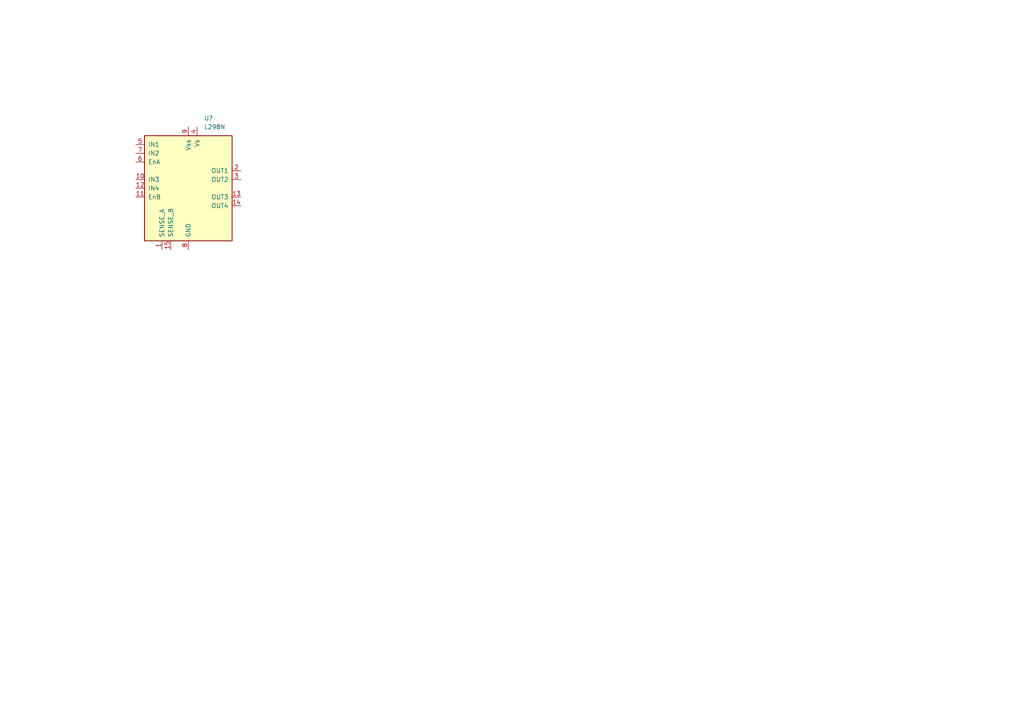
<source format=kicad_sch>
(kicad_sch (version 20211123) (generator eeschema)
  (paper "A4")
  (lib_symbols
    (symbol "Driver_Motor:L298N" (pin_names (offset 1.016))
      (property "Reference" "U" (at -10.16 16.51 0))
      (property "Value" "L298N" (at 12.7 16.51 0))
      (symbol "L298N_0_1"
        (rectangle (start -12.7 15.24) (end 12.7 -15.24) (stroke (width 0.254)) (fill (type background)))
      )
      (symbol "L298N_1_1"
        (pin power_in line (at -7.62 -17.78 90) (length 2.54) (name "SENSE_A") (number "1"))
        (pin input line (at -15.24 2.54 0) (length 2.54) (name "IN3") (number "10"))
        (pin input line (at -15.24 -2.54 0) (length 2.54) (name "EnB") (number "11"))
        (pin input line (at -15.24 0 0) (length 2.54) (name "IN4") (number "12"))
        (pin output line (at 15.24 -2.54 180) (length 2.54) (name "OUT3") (number "13"))
        (pin output line (at 15.24 -5.08 180) (length 2.54) (name "OUT4") (number "14"))
        (pin power_in line (at -5.08 -17.78 90) (length 2.54) (name "SENSE_B") (number "15"))
        (pin output line (at 15.24 5.08 180) (length 2.54) (name "OUT1") (number "2"))
        (pin output line (at 15.24 2.54 180) (length 2.54) (name "OUT2") (number "3"))
        (pin power_in line (at 2.54 17.78 270) (length 2.54) (name "Vs") (number "4"))
        (pin input line (at -15.24 12.7 0) (length 2.54) (name "IN1") (number "5"))
        (pin input line (at -15.24 7.62 0) (length 2.54) (name "EnA") (number "6"))
        (pin input line (at -15.24 10.16 0) (length 2.54) (name "IN2") (number "7"))
        (pin power_in line (at 0 -17.78 90) (length 2.54) (name "GND") (number "8"))
        (pin power_in line (at 0 17.78 270) (length 2.54) (name "Vss") (number "9"))
      )
    )
  )
  (symbol (lib_id "Driver_Motor:L298N") (at 54.61 54.61 0) (unit 1)
    (property "Reference" "U?" (at 59.1694 34.29 0) (effects (justify left)))
    (property "Value" "L298N" (at 59.1694 36.83 0) (effects (justify left)))
    (property "Footprint" "Package_TO_SOT_THT:TO-220-15_P2.54x2.54mm_StaggerOdd_Lead4.58mm_Vertical" (effects hide))
    (property "Datasheet" "http://www.st.com/st-web-ui/static/active/en/resource/technical/document/datasheet/CD00000240.pdf" (effects hide))
  )
)
</source>
